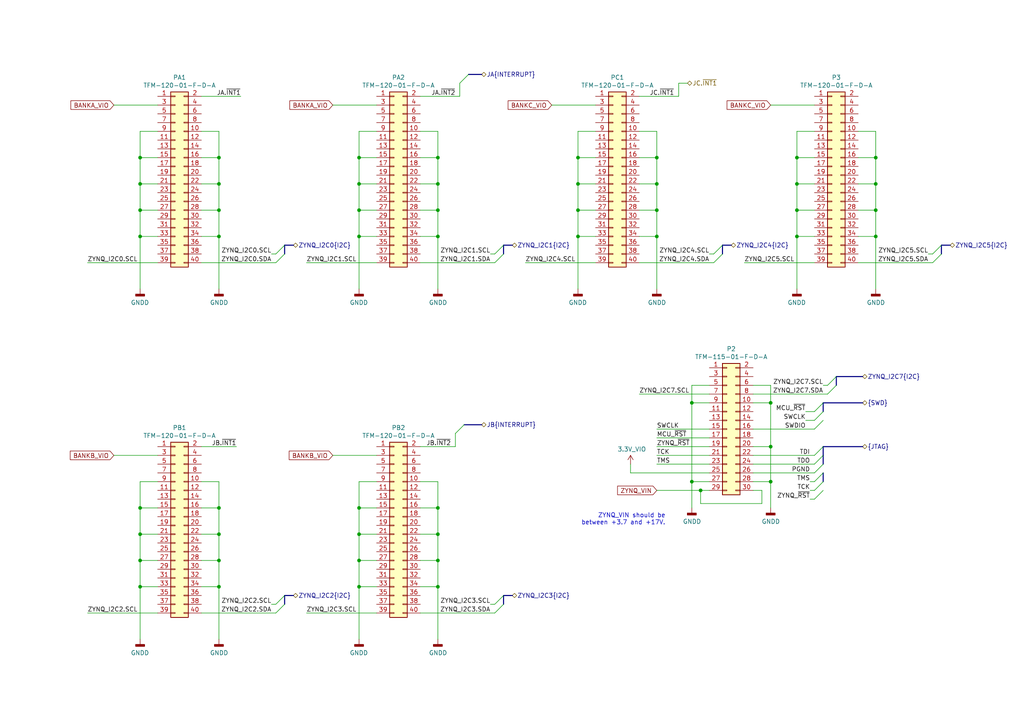
<source format=kicad_sch>
(kicad_sch (version 20200608) (host eeschema "5.99.0-unknown-ad69e44~101~ubuntu20.04.1")
  (page 3 2)
  (paper "A4")
  (title_block (title "Snickerdoodle Interconnect") (date "2020-06-16") (rev "1.0"))
  (lib_symbols
    (symbol "Connector_Generic:Conn_02x15_Odd_Even" (pin_names hide)
      (property "Reference" "J" (at 1.27 20.32 0))
      (property "Value" "Conn_02x15_Odd_Even" (at 1.27 -20.32 0))
      (symbol "Conn_02x15_Odd_Even_1_1"
        (rectangle (start -1.27 -4.953) (end 0 -5.207) (stroke (width 0.1524)))
        (rectangle (start -1.27 -7.493) (end 0 -7.747) (stroke (width 0.1524)))
        (rectangle (start -1.27 -10.033) (end 0 -10.287) (stroke (width 0.1524)))
        (rectangle (start -1.27 -12.573) (end 0 -12.827) (stroke (width 0.1524)))
        (rectangle (start -1.27 -15.113) (end 0 -15.367) (stroke (width 0.1524)))
        (rectangle (start -1.27 -17.653) (end 0 -17.907) (stroke (width 0.1524)))
        (rectangle (start -1.27 -2.413) (end 0 -2.667) (stroke (width 0.1524)))
        (rectangle (start -1.27 2.667) (end 0 2.413) (stroke (width 0.1524)))
        (rectangle (start -1.27 5.207) (end 0 4.953) (stroke (width 0.1524)))
        (rectangle (start -1.27 7.747) (end 0 7.493) (stroke (width 0.1524)))
        (rectangle (start -1.27 10.287) (end 0 10.033) (stroke (width 0.1524)))
        (rectangle (start -1.27 0.127) (end 0 -0.127) (stroke (width 0.1524)))
        (rectangle (start -1.27 12.827) (end 0 12.573) (stroke (width 0.1524)))
        (rectangle (start -1.27 15.367) (end 0 15.113) (stroke (width 0.1524)))
        (rectangle (start -1.27 17.907) (end 0 17.653) (stroke (width 0.1524)))
        (rectangle (start -1.27 19.05) (end 3.81 -19.05) (stroke (width 0.254)) (fill (type background)))
        (rectangle (start 3.81 -4.953) (end 2.54 -5.207) (stroke (width 0.1524)))
        (rectangle (start 3.81 -7.493) (end 2.54 -7.747) (stroke (width 0.1524)))
        (rectangle (start 3.81 -10.033) (end 2.54 -10.287) (stroke (width 0.1524)))
        (rectangle (start 3.81 -12.573) (end 2.54 -12.827) (stroke (width 0.1524)))
        (rectangle (start 3.81 -15.113) (end 2.54 -15.367) (stroke (width 0.1524)))
        (rectangle (start 3.81 -17.653) (end 2.54 -17.907) (stroke (width 0.1524)))
        (rectangle (start 3.81 -2.413) (end 2.54 -2.667) (stroke (width 0.1524)))
        (rectangle (start 3.81 2.667) (end 2.54 2.413) (stroke (width 0.1524)))
        (rectangle (start 3.81 5.207) (end 2.54 4.953) (stroke (width 0.1524)))
        (rectangle (start 3.81 7.747) (end 2.54 7.493) (stroke (width 0.1524)))
        (rectangle (start 3.81 10.287) (end 2.54 10.033) (stroke (width 0.1524)))
        (rectangle (start 3.81 0.127) (end 2.54 -0.127) (stroke (width 0.1524)))
        (rectangle (start 3.81 12.827) (end 2.54 12.573) (stroke (width 0.1524)))
        (rectangle (start 3.81 15.367) (end 2.54 15.113) (stroke (width 0.1524)))
        (rectangle (start 3.81 17.907) (end 2.54 17.653) (stroke (width 0.1524)))
        (pin passive line (at -5.08 17.78 0) (length 3.81) (name "Pin_1") (number "1"))
        (pin passive line (at 7.62 7.62 180) (length 3.81) (name "Pin_10") (number "10"))
        (pin passive line (at -5.08 5.08 0) (length 3.81) (name "Pin_11") (number "11"))
        (pin passive line (at 7.62 5.08 180) (length 3.81) (name "Pin_12") (number "12"))
        (pin passive line (at -5.08 2.54 0) (length 3.81) (name "Pin_13") (number "13"))
        (pin passive line (at 7.62 2.54 180) (length 3.81) (name "Pin_14") (number "14"))
        (pin passive line (at -5.08 0 0) (length 3.81) (name "Pin_15") (number "15"))
        (pin passive line (at 7.62 0 180) (length 3.81) (name "Pin_16") (number "16"))
        (pin passive line (at -5.08 -2.54 0) (length 3.81) (name "Pin_17") (number "17"))
        (pin passive line (at 7.62 -2.54 180) (length 3.81) (name "Pin_18") (number "18"))
        (pin passive line (at -5.08 -5.08 0) (length 3.81) (name "Pin_19") (number "19"))
        (pin passive line (at 7.62 17.78 180) (length 3.81) (name "Pin_2") (number "2"))
        (pin passive line (at 7.62 -5.08 180) (length 3.81) (name "Pin_20") (number "20"))
        (pin passive line (at -5.08 -7.62 0) (length 3.81) (name "Pin_21") (number "21"))
        (pin passive line (at 7.62 -7.62 180) (length 3.81) (name "Pin_22") (number "22"))
        (pin passive line (at -5.08 -10.16 0) (length 3.81) (name "Pin_23") (number "23"))
        (pin passive line (at 7.62 -10.16 180) (length 3.81) (name "Pin_24") (number "24"))
        (pin passive line (at -5.08 -12.7 0) (length 3.81) (name "Pin_25") (number "25"))
        (pin passive line (at 7.62 -12.7 180) (length 3.81) (name "Pin_26") (number "26"))
        (pin passive line (at -5.08 -15.24 0) (length 3.81) (name "Pin_27") (number "27"))
        (pin passive line (at 7.62 -15.24 180) (length 3.81) (name "Pin_28") (number "28"))
        (pin passive line (at -5.08 -17.78 0) (length 3.81) (name "Pin_29") (number "29"))
        (pin passive line (at -5.08 15.24 0) (length 3.81) (name "Pin_3") (number "3"))
        (pin passive line (at 7.62 -17.78 180) (length 3.81) (name "Pin_30") (number "30"))
        (pin passive line (at 7.62 15.24 180) (length 3.81) (name "Pin_4") (number "4"))
        (pin passive line (at -5.08 12.7 0) (length 3.81) (name "Pin_5") (number "5"))
        (pin passive line (at 7.62 12.7 180) (length 3.81) (name "Pin_6") (number "6"))
        (pin passive line (at -5.08 10.16 0) (length 3.81) (name "Pin_7") (number "7"))
        (pin passive line (at 7.62 10.16 180) (length 3.81) (name "Pin_8") (number "8"))
        (pin passive line (at -5.08 7.62 0) (length 3.81) (name "Pin_9") (number "9"))
      )
    )
    (symbol "Connector_Generic:Conn_02x20_Odd_Even" (pin_names hide)
      (property "Reference" "J" (at 1.27 25.4 0))
      (property "Value" "Conn_02x20_Odd_Even" (at 1.27 -27.94 0))
      (symbol "Conn_02x20_Odd_Even_1_1"
        (rectangle (start -1.27 -4.953) (end 0 -5.207) (stroke (width 0.1524)))
        (rectangle (start -1.27 -7.493) (end 0 -7.747) (stroke (width 0.1524)))
        (rectangle (start -1.27 -10.033) (end 0 -10.287) (stroke (width 0.1524)))
        (rectangle (start -1.27 -12.573) (end 0 -12.827) (stroke (width 0.1524)))
        (rectangle (start -1.27 -15.113) (end 0 -15.367) (stroke (width 0.1524)))
        (rectangle (start -1.27 -17.653) (end 0 -17.907) (stroke (width 0.1524)))
        (rectangle (start -1.27 -20.193) (end 0 -20.447) (stroke (width 0.1524)))
        (rectangle (start -1.27 -22.733) (end 0 -22.987) (stroke (width 0.1524)))
        (rectangle (start -1.27 -2.413) (end 0 -2.667) (stroke (width 0.1524)))
        (rectangle (start -1.27 -25.273) (end 0 -25.527) (stroke (width 0.1524)))
        (rectangle (start -1.27 2.667) (end 0 2.413) (stroke (width 0.1524)))
        (rectangle (start -1.27 5.207) (end 0 4.953) (stroke (width 0.1524)))
        (rectangle (start -1.27 7.747) (end 0 7.493) (stroke (width 0.1524)))
        (rectangle (start -1.27 10.287) (end 0 10.033) (stroke (width 0.1524)))
        (rectangle (start -1.27 0.127) (end 0 -0.127) (stroke (width 0.1524)))
        (rectangle (start -1.27 12.827) (end 0 12.573) (stroke (width 0.1524)))
        (rectangle (start -1.27 15.367) (end 0 15.113) (stroke (width 0.1524)))
        (rectangle (start -1.27 17.907) (end 0 17.653) (stroke (width 0.1524)))
        (rectangle (start -1.27 20.447) (end 0 20.193) (stroke (width 0.1524)))
        (rectangle (start -1.27 22.987) (end 0 22.733) (stroke (width 0.1524)))
        (rectangle (start -1.27 24.13) (end 3.81 -26.67) (stroke (width 0.254)) (fill (type background)))
        (rectangle (start 3.81 -4.953) (end 2.54 -5.207) (stroke (width 0.1524)))
        (rectangle (start 3.81 -7.493) (end 2.54 -7.747) (stroke (width 0.1524)))
        (rectangle (start 3.81 -10.033) (end 2.54 -10.287) (stroke (width 0.1524)))
        (rectangle (start 3.81 -12.573) (end 2.54 -12.827) (stroke (width 0.1524)))
        (rectangle (start 3.81 -15.113) (end 2.54 -15.367) (stroke (width 0.1524)))
        (rectangle (start 3.81 -17.653) (end 2.54 -17.907) (stroke (width 0.1524)))
        (rectangle (start 3.81 -20.193) (end 2.54 -20.447) (stroke (width 0.1524)))
        (rectangle (start 3.81 -22.733) (end 2.54 -22.987) (stroke (width 0.1524)))
        (rectangle (start 3.81 -2.413) (end 2.54 -2.667) (stroke (width 0.1524)))
        (rectangle (start 3.81 -25.273) (end 2.54 -25.527) (stroke (width 0.1524)))
        (rectangle (start 3.81 2.667) (end 2.54 2.413) (stroke (width 0.1524)))
        (rectangle (start 3.81 5.207) (end 2.54 4.953) (stroke (width 0.1524)))
        (rectangle (start 3.81 7.747) (end 2.54 7.493) (stroke (width 0.1524)))
        (rectangle (start 3.81 10.287) (end 2.54 10.033) (stroke (width 0.1524)))
        (rectangle (start 3.81 0.127) (end 2.54 -0.127) (stroke (width 0.1524)))
        (rectangle (start 3.81 12.827) (end 2.54 12.573) (stroke (width 0.1524)))
        (rectangle (start 3.81 15.367) (end 2.54 15.113) (stroke (width 0.1524)))
        (rectangle (start 3.81 17.907) (end 2.54 17.653) (stroke (width 0.1524)))
        (rectangle (start 3.81 20.447) (end 2.54 20.193) (stroke (width 0.1524)))
        (rectangle (start 3.81 22.987) (end 2.54 22.733) (stroke (width 0.1524)))
        (pin passive line (at -5.08 22.86 0) (length 3.81) (name "Pin_1") (number "1"))
        (pin passive line (at 7.62 12.7 180) (length 3.81) (name "Pin_10") (number "10"))
        (pin passive line (at -5.08 10.16 0) (length 3.81) (name "Pin_11") (number "11"))
        (pin passive line (at 7.62 10.16 180) (length 3.81) (name "Pin_12") (number "12"))
        (pin passive line (at -5.08 7.62 0) (length 3.81) (name "Pin_13") (number "13"))
        (pin passive line (at 7.62 7.62 180) (length 3.81) (name "Pin_14") (number "14"))
        (pin passive line (at -5.08 5.08 0) (length 3.81) (name "Pin_15") (number "15"))
        (pin passive line (at 7.62 5.08 180) (length 3.81) (name "Pin_16") (number "16"))
        (pin passive line (at -5.08 2.54 0) (length 3.81) (name "Pin_17") (number "17"))
        (pin passive line (at 7.62 2.54 180) (length 3.81) (name "Pin_18") (number "18"))
        (pin passive line (at -5.08 0 0) (length 3.81) (name "Pin_19") (number "19"))
        (pin passive line (at 7.62 22.86 180) (length 3.81) (name "Pin_2") (number "2"))
        (pin passive line (at 7.62 0 180) (length 3.81) (name "Pin_20") (number "20"))
        (pin passive line (at -5.08 -2.54 0) (length 3.81) (name "Pin_21") (number "21"))
        (pin passive line (at 7.62 -2.54 180) (length 3.81) (name "Pin_22") (number "22"))
        (pin passive line (at -5.08 -5.08 0) (length 3.81) (name "Pin_23") (number "23"))
        (pin passive line (at 7.62 -5.08 180) (length 3.81) (name "Pin_24") (number "24"))
        (pin passive line (at -5.08 -7.62 0) (length 3.81) (name "Pin_25") (number "25"))
        (pin passive line (at 7.62 -7.62 180) (length 3.81) (name "Pin_26") (number "26"))
        (pin passive line (at -5.08 -10.16 0) (length 3.81) (name "Pin_27") (number "27"))
        (pin passive line (at 7.62 -10.16 180) (length 3.81) (name "Pin_28") (number "28"))
        (pin passive line (at -5.08 -12.7 0) (length 3.81) (name "Pin_29") (number "29"))
        (pin passive line (at -5.08 20.32 0) (length 3.81) (name "Pin_3") (number "3"))
        (pin passive line (at 7.62 -12.7 180) (length 3.81) (name "Pin_30") (number "30"))
        (pin passive line (at -5.08 -15.24 0) (length 3.81) (name "Pin_31") (number "31"))
        (pin passive line (at 7.62 -15.24 180) (length 3.81) (name "Pin_32") (number "32"))
        (pin passive line (at -5.08 -17.78 0) (length 3.81) (name "Pin_33") (number "33"))
        (pin passive line (at 7.62 -17.78 180) (length 3.81) (name "Pin_34") (number "34"))
        (pin passive line (at -5.08 -20.32 0) (length 3.81) (name "Pin_35") (number "35"))
        (pin passive line (at 7.62 -20.32 180) (length 3.81) (name "Pin_36") (number "36"))
        (pin passive line (at -5.08 -22.86 0) (length 3.81) (name "Pin_37") (number "37"))
        (pin passive line (at 7.62 -22.86 180) (length 3.81) (name "Pin_38") (number "38"))
        (pin passive line (at -5.08 -25.4 0) (length 3.81) (name "Pin_39") (number "39"))
        (pin passive line (at 7.62 20.32 180) (length 3.81) (name "Pin_4") (number "4"))
        (pin passive line (at 7.62 -25.4 180) (length 3.81) (name "Pin_40") (number "40"))
        (pin passive line (at -5.08 17.78 0) (length 3.81) (name "Pin_5") (number "5"))
        (pin passive line (at 7.62 17.78 180) (length 3.81) (name "Pin_6") (number "6"))
        (pin passive line (at -5.08 15.24 0) (length 3.81) (name "Pin_7") (number "7"))
        (pin passive line (at 7.62 15.24 180) (length 3.81) (name "Pin_8") (number "8"))
        (pin passive line (at -5.08 12.7 0) (length 3.81) (name "Pin_9") (number "9"))
      )
    )
    (symbol "Snickerdoodle:3.3V_VIO" (power) (pin_names (offset 0))
      (property "Value" "3.3V_VIO" (at 0 3.556 0))
      (symbol "3.3V_VIO_0_1"
        (polyline (pts (xy -0.762 1.27) (xy 0 2.54)))
        (polyline (pts (xy 0 0) (xy 0 2.54)))
        (polyline (pts (xy 0 2.54) (xy 0.762 1.27)))
      )
      (symbol "3.3V_VIO_1_1"
        (pin power_in line (at 0 0 90) (length 0) hide (name "3.3V_VIO") (number "1"))
      )
    )
    (symbol "power:GNDD" (power) (pin_names (offset 0))
      (property "Value" "GNDD" (at 0 -3.175 0))
      (symbol "GNDD_0_1"
        (rectangle (start -1.27 -1.524) (end 1.27 -2.032) (stroke (width 0.254)) (fill (type outline)))
        (polyline (pts (xy 0 0) (xy 0 -1.524)))
      )
      (symbol "GNDD_1_1"
        (pin power_in line (at 0 0 270) (length 0) hide (name "GNDD") (number "1"))
      )
    )
  )
  (bus_alias "JTAG" (members "TDI" "TDO" "TCK" "TMS" "ZYNQ_~RST" "PGND"))
  (bus_alias "I2C" (members "SDA" "SCL"))
  (bus_alias "SWD" (members "MCU_~RST" "SWCLK" "SWDIO"))
  (bus_alias "INTERRUPT" (members "~INT1" "~INT2"))
  (junction (at 40.64 45.72))
  (junction (at 40.64 53.34))
  (junction (at 40.64 60.96))
  (junction (at 40.64 68.58))
  (junction (at 40.64 147.32))
  (junction (at 40.64 154.94))
  (junction (at 40.64 162.56))
  (junction (at 40.64 170.18))
  (junction (at 63.5 45.72))
  (junction (at 63.5 53.34))
  (junction (at 63.5 60.96))
  (junction (at 63.5 68.58))
  (junction (at 63.5 147.32))
  (junction (at 63.5 154.94))
  (junction (at 63.5 162.56))
  (junction (at 63.5 170.18))
  (junction (at 104.14 45.72))
  (junction (at 104.14 53.34))
  (junction (at 104.14 60.96))
  (junction (at 104.14 68.58))
  (junction (at 104.14 147.32))
  (junction (at 104.14 154.94))
  (junction (at 104.14 162.56))
  (junction (at 104.14 170.18))
  (junction (at 127 45.72))
  (junction (at 127 53.34))
  (junction (at 127 60.96))
  (junction (at 127 68.58))
  (junction (at 127 147.32))
  (junction (at 127 154.94))
  (junction (at 127 162.56))
  (junction (at 127 170.18))
  (junction (at 167.64 45.72))
  (junction (at 167.64 53.34))
  (junction (at 167.64 60.96))
  (junction (at 167.64 68.58))
  (junction (at 190.5 45.72))
  (junction (at 190.5 53.34))
  (junction (at 190.5 60.96))
  (junction (at 190.5 68.58))
  (junction (at 200.66 116.84))
  (junction (at 200.66 139.7))
  (junction (at 203.2 142.24))
  (junction (at 223.52 116.84))
  (junction (at 223.52 129.54))
  (junction (at 223.52 139.7))
  (junction (at 231.14 45.72))
  (junction (at 231.14 53.34))
  (junction (at 231.14 60.96))
  (junction (at 231.14 68.58))
  (junction (at 254 45.72))
  (junction (at 254 53.34))
  (junction (at 254 60.96))
  (junction (at 254 68.58))
  (bus_entry (at 80.01 73.66) (size 2.54 -2.54))
  (bus_entry (at 80.01 76.2) (size 2.54 -2.54))
  (bus_entry (at 80.01 175.26) (size 2.54 -2.54))
  (bus_entry (at 80.01 177.8) (size 2.54 -2.54))
  (bus_entry (at 132.08 125.73) (size 2.54 -2.54))
  (bus_entry (at 133.35 24.13) (size 2.54 -2.54))
  (bus_entry (at 143.51 73.66) (size 2.54 -2.54))
  (bus_entry (at 143.51 76.2) (size 2.54 -2.54))
  (bus_entry (at 143.51 175.26) (size 2.54 -2.54))
  (bus_entry (at 143.51 177.8) (size 2.54 -2.54))
  (bus_entry (at 207.01 73.66) (size 2.54 -2.54))
  (bus_entry (at 207.01 76.2) (size 2.54 -2.54))
  (bus_entry (at 236.22 119.38) (size 2.54 -2.54))
  (bus_entry (at 236.22 121.92) (size 2.54 -2.54))
  (bus_entry (at 236.22 124.46) (size 2.54 -2.54))
  (bus_entry (at 236.22 132.08) (size 2.54 -2.54))
  (bus_entry (at 236.22 134.62) (size 2.54 -2.54))
  (bus_entry (at 236.22 137.16) (size 2.54 -2.54))
  (bus_entry (at 236.22 139.7) (size 2.54 -2.54))
  (bus_entry (at 236.22 142.24) (size 2.54 -2.54))
  (bus_entry (at 236.22 144.78) (size 2.54 -2.54))
  (bus_entry (at 240.03 111.76) (size 2.54 -2.54))
  (bus_entry (at 240.03 114.3) (size 2.54 -2.54))
  (bus_entry (at 270.51 73.66) (size 2.54 -2.54))
  (bus_entry (at 270.51 76.2) (size 2.54 -2.54))
  (wire (pts (xy 25.4 76.2) (xy 45.72 76.2)))
  (wire (pts (xy 25.4 177.8) (xy 45.72 177.8)))
  (wire (pts (xy 33.02 30.48) (xy 45.72 30.48)))
  (wire (pts (xy 33.02 132.08) (xy 45.72 132.08)))
  (wire (pts (xy 40.64 38.1) (xy 40.64 45.72)))
  (wire (pts (xy 40.64 38.1) (xy 45.72 38.1)))
  (wire (pts (xy 40.64 45.72) (xy 40.64 53.34)))
  (wire (pts (xy 40.64 53.34) (xy 40.64 60.96)))
  (wire (pts (xy 40.64 60.96) (xy 40.64 68.58)))
  (wire (pts (xy 40.64 60.96) (xy 45.72 60.96)))
  (wire (pts (xy 40.64 68.58) (xy 40.64 83.82)))
  (wire (pts (xy 40.64 139.7) (xy 40.64 147.32)))
  (wire (pts (xy 40.64 139.7) (xy 45.72 139.7)))
  (wire (pts (xy 40.64 147.32) (xy 40.64 154.94)))
  (wire (pts (xy 40.64 154.94) (xy 40.64 162.56)))
  (wire (pts (xy 40.64 162.56) (xy 40.64 170.18)))
  (wire (pts (xy 40.64 162.56) (xy 45.72 162.56)))
  (wire (pts (xy 40.64 170.18) (xy 40.64 185.42)))
  (wire (pts (xy 45.72 45.72) (xy 40.64 45.72)))
  (wire (pts (xy 45.72 53.34) (xy 40.64 53.34)))
  (wire (pts (xy 45.72 68.58) (xy 40.64 68.58)))
  (wire (pts (xy 45.72 147.32) (xy 40.64 147.32)))
  (wire (pts (xy 45.72 154.94) (xy 40.64 154.94)))
  (wire (pts (xy 45.72 170.18) (xy 40.64 170.18)))
  (wire (pts (xy 58.42 27.94) (xy 69.85 27.94)))
  (wire (pts (xy 58.42 45.72) (xy 63.5 45.72)))
  (wire (pts (xy 58.42 53.34) (xy 63.5 53.34)))
  (wire (pts (xy 58.42 68.58) (xy 63.5 68.58)))
  (wire (pts (xy 58.42 76.2) (xy 80.01 76.2)))
  (wire (pts (xy 58.42 129.54) (xy 68.58 129.54)))
  (wire (pts (xy 58.42 147.32) (xy 63.5 147.32)))
  (wire (pts (xy 58.42 154.94) (xy 63.5 154.94)))
  (wire (pts (xy 58.42 170.18) (xy 63.5 170.18)))
  (wire (pts (xy 58.42 177.8) (xy 80.01 177.8)))
  (wire (pts (xy 63.5 38.1) (xy 58.42 38.1)))
  (wire (pts (xy 63.5 38.1) (xy 63.5 45.72)))
  (wire (pts (xy 63.5 45.72) (xy 63.5 53.34)))
  (wire (pts (xy 63.5 53.34) (xy 63.5 60.96)))
  (wire (pts (xy 63.5 60.96) (xy 58.42 60.96)))
  (wire (pts (xy 63.5 60.96) (xy 63.5 68.58)))
  (wire (pts (xy 63.5 68.58) (xy 63.5 83.82)))
  (wire (pts (xy 63.5 139.7) (xy 58.42 139.7)))
  (wire (pts (xy 63.5 139.7) (xy 63.5 147.32)))
  (wire (pts (xy 63.5 147.32) (xy 63.5 154.94)))
  (wire (pts (xy 63.5 154.94) (xy 63.5 162.56)))
  (wire (pts (xy 63.5 162.56) (xy 58.42 162.56)))
  (wire (pts (xy 63.5 162.56) (xy 63.5 170.18)))
  (wire (pts (xy 63.5 170.18) (xy 63.5 185.42)))
  (wire (pts (xy 78.74 73.66) (xy 80.01 73.66)))
  (wire (pts (xy 78.74 175.26) (xy 80.01 175.26)))
  (wire (pts (xy 88.9 76.2) (xy 109.22 76.2)))
  (wire (pts (xy 88.9 177.8) (xy 109.22 177.8)))
  (wire (pts (xy 96.52 30.48) (xy 109.22 30.48)))
  (wire (pts (xy 96.52 132.08) (xy 109.22 132.08)))
  (wire (pts (xy 104.14 38.1) (xy 104.14 45.72)))
  (wire (pts (xy 104.14 38.1) (xy 109.22 38.1)))
  (wire (pts (xy 104.14 45.72) (xy 104.14 53.34)))
  (wire (pts (xy 104.14 53.34) (xy 104.14 60.96)))
  (wire (pts (xy 104.14 60.96) (xy 104.14 68.58)))
  (wire (pts (xy 104.14 60.96) (xy 109.22 60.96)))
  (wire (pts (xy 104.14 68.58) (xy 104.14 83.82)))
  (wire (pts (xy 104.14 139.7) (xy 104.14 147.32)))
  (wire (pts (xy 104.14 139.7) (xy 109.22 139.7)))
  (wire (pts (xy 104.14 147.32) (xy 104.14 154.94)))
  (wire (pts (xy 104.14 154.94) (xy 104.14 162.56)))
  (wire (pts (xy 104.14 162.56) (xy 104.14 170.18)))
  (wire (pts (xy 104.14 162.56) (xy 109.22 162.56)))
  (wire (pts (xy 104.14 170.18) (xy 104.14 185.42)))
  (wire (pts (xy 109.22 45.72) (xy 104.14 45.72)))
  (wire (pts (xy 109.22 53.34) (xy 104.14 53.34)))
  (wire (pts (xy 109.22 68.58) (xy 104.14 68.58)))
  (wire (pts (xy 109.22 147.32) (xy 104.14 147.32)))
  (wire (pts (xy 109.22 154.94) (xy 104.14 154.94)))
  (wire (pts (xy 109.22 170.18) (xy 104.14 170.18)))
  (wire (pts (xy 121.92 27.94) (xy 133.35 27.94)))
  (wire (pts (xy 121.92 45.72) (xy 127 45.72)))
  (wire (pts (xy 121.92 53.34) (xy 127 53.34)))
  (wire (pts (xy 121.92 68.58) (xy 127 68.58)))
  (wire (pts (xy 121.92 76.2) (xy 143.51 76.2)))
  (wire (pts (xy 121.92 129.54) (xy 132.08 129.54)))
  (wire (pts (xy 121.92 147.32) (xy 127 147.32)))
  (wire (pts (xy 121.92 154.94) (xy 127 154.94)))
  (wire (pts (xy 121.92 170.18) (xy 127 170.18)))
  (wire (pts (xy 121.92 177.8) (xy 143.51 177.8)))
  (wire (pts (xy 127 38.1) (xy 121.92 38.1)))
  (wire (pts (xy 127 38.1) (xy 127 45.72)))
  (wire (pts (xy 127 45.72) (xy 127 53.34)))
  (wire (pts (xy 127 53.34) (xy 127 60.96)))
  (wire (pts (xy 127 60.96) (xy 121.92 60.96)))
  (wire (pts (xy 127 60.96) (xy 127 68.58)))
  (wire (pts (xy 127 68.58) (xy 127 83.82)))
  (wire (pts (xy 127 139.7) (xy 121.92 139.7)))
  (wire (pts (xy 127 139.7) (xy 127 147.32)))
  (wire (pts (xy 127 147.32) (xy 127 154.94)))
  (wire (pts (xy 127 154.94) (xy 127 162.56)))
  (wire (pts (xy 127 162.56) (xy 121.92 162.56)))
  (wire (pts (xy 127 162.56) (xy 127 170.18)))
  (wire (pts (xy 127 170.18) (xy 127 185.42)))
  (wire (pts (xy 132.08 129.54) (xy 132.08 125.73)))
  (wire (pts (xy 133.35 27.94) (xy 133.35 24.13)))
  (wire (pts (xy 142.24 73.66) (xy 143.51 73.66)))
  (wire (pts (xy 142.24 175.26) (xy 143.51 175.26)))
  (wire (pts (xy 152.4 76.2) (xy 172.72 76.2)))
  (wire (pts (xy 160.02 30.48) (xy 172.72 30.48)))
  (wire (pts (xy 167.64 38.1) (xy 167.64 45.72)))
  (wire (pts (xy 167.64 38.1) (xy 172.72 38.1)))
  (wire (pts (xy 167.64 45.72) (xy 167.64 53.34)))
  (wire (pts (xy 167.64 53.34) (xy 167.64 60.96)))
  (wire (pts (xy 167.64 60.96) (xy 167.64 68.58)))
  (wire (pts (xy 167.64 60.96) (xy 172.72 60.96)))
  (wire (pts (xy 167.64 68.58) (xy 167.64 83.82)))
  (wire (pts (xy 172.72 45.72) (xy 167.64 45.72)))
  (wire (pts (xy 172.72 53.34) (xy 167.64 53.34)))
  (wire (pts (xy 172.72 68.58) (xy 167.64 68.58)))
  (wire (pts (xy 182.88 134.62) (xy 182.88 137.16)))
  (wire (pts (xy 182.88 137.16) (xy 205.74 137.16)))
  (wire (pts (xy 185.42 27.94) (xy 196.85 27.94)))
  (wire (pts (xy 185.42 45.72) (xy 190.5 45.72)))
  (wire (pts (xy 185.42 53.34) (xy 190.5 53.34)))
  (wire (pts (xy 185.42 68.58) (xy 190.5 68.58)))
  (wire (pts (xy 185.42 76.2) (xy 207.01 76.2)))
  (wire (pts (xy 185.42 114.3) (xy 205.74 114.3)))
  (wire (pts (xy 190.5 38.1) (xy 185.42 38.1)))
  (wire (pts (xy 190.5 38.1) (xy 190.5 45.72)))
  (wire (pts (xy 190.5 45.72) (xy 190.5 53.34)))
  (wire (pts (xy 190.5 53.34) (xy 190.5 60.96)))
  (wire (pts (xy 190.5 60.96) (xy 185.42 60.96)))
  (wire (pts (xy 190.5 60.96) (xy 190.5 68.58)))
  (wire (pts (xy 190.5 68.58) (xy 190.5 83.82)))
  (wire (pts (xy 190.5 124.46) (xy 205.74 124.46)))
  (wire (pts (xy 190.5 127) (xy 205.74 127)))
  (wire (pts (xy 190.5 129.54) (xy 205.74 129.54)))
  (wire (pts (xy 190.5 132.08) (xy 205.74 132.08)))
  (wire (pts (xy 190.5 134.62) (xy 205.74 134.62)))
  (wire (pts (xy 190.5 142.24) (xy 203.2 142.24)))
  (wire (pts (xy 196.85 24.13) (xy 199.39 24.13)))
  (wire (pts (xy 196.85 27.94) (xy 196.85 24.13)))
  (wire (pts (xy 200.66 111.76) (xy 200.66 116.84)))
  (wire (pts (xy 200.66 116.84) (xy 200.66 139.7)))
  (wire (pts (xy 200.66 116.84) (xy 205.74 116.84)))
  (wire (pts (xy 200.66 139.7) (xy 200.66 147.32)))
  (wire (pts (xy 200.66 139.7) (xy 205.74 139.7)))
  (wire (pts (xy 203.2 142.24) (xy 203.2 146.05)))
  (wire (pts (xy 203.2 142.24) (xy 205.74 142.24)))
  (wire (pts (xy 203.2 146.05) (xy 220.98 146.05)))
  (wire (pts (xy 205.74 73.66) (xy 207.01 73.66)))
  (wire (pts (xy 205.74 111.76) (xy 200.66 111.76)))
  (wire (pts (xy 215.9 76.2) (xy 236.22 76.2)))
  (wire (pts (xy 218.44 111.76) (xy 223.52 111.76)))
  (wire (pts (xy 218.44 114.3) (xy 240.03 114.3)))
  (wire (pts (xy 218.44 124.46) (xy 236.22 124.46)))
  (wire (pts (xy 218.44 129.54) (xy 223.52 129.54)))
  (wire (pts (xy 218.44 132.08) (xy 236.22 132.08)))
  (wire (pts (xy 218.44 134.62) (xy 236.22 134.62)))
  (wire (pts (xy 218.44 137.16) (xy 236.22 137.16)))
  (wire (pts (xy 218.44 142.24) (xy 220.98 142.24)))
  (wire (pts (xy 220.98 146.05) (xy 220.98 142.24)))
  (wire (pts (xy 223.52 30.48) (xy 236.22 30.48)))
  (wire (pts (xy 223.52 111.76) (xy 223.52 116.84)))
  (wire (pts (xy 223.52 116.84) (xy 218.44 116.84)))
  (wire (pts (xy 223.52 116.84) (xy 223.52 129.54)))
  (wire (pts (xy 223.52 129.54) (xy 223.52 139.7)))
  (wire (pts (xy 223.52 139.7) (xy 218.44 139.7)))
  (wire (pts (xy 223.52 147.32) (xy 223.52 139.7)))
  (wire (pts (xy 231.14 38.1) (xy 231.14 45.72)))
  (wire (pts (xy 231.14 38.1) (xy 236.22 38.1)))
  (wire (pts (xy 231.14 45.72) (xy 231.14 53.34)))
  (wire (pts (xy 231.14 53.34) (xy 231.14 60.96)))
  (wire (pts (xy 231.14 60.96) (xy 231.14 68.58)))
  (wire (pts (xy 231.14 60.96) (xy 236.22 60.96)))
  (wire (pts (xy 231.14 68.58) (xy 231.14 83.82)))
  (wire (pts (xy 233.68 119.38) (xy 236.22 119.38)))
  (wire (pts (xy 233.68 121.92) (xy 236.22 121.92)))
  (wire (pts (xy 234.95 139.7) (xy 236.22 139.7)))
  (wire (pts (xy 234.95 142.24) (xy 236.22 142.24)))
  (wire (pts (xy 234.95 144.78) (xy 236.22 144.78)))
  (wire (pts (xy 236.22 45.72) (xy 231.14 45.72)))
  (wire (pts (xy 236.22 53.34) (xy 231.14 53.34)))
  (wire (pts (xy 236.22 68.58) (xy 231.14 68.58)))
  (wire (pts (xy 238.76 111.76) (xy 240.03 111.76)))
  (wire (pts (xy 248.92 45.72) (xy 254 45.72)))
  (wire (pts (xy 248.92 53.34) (xy 254 53.34)))
  (wire (pts (xy 248.92 68.58) (xy 254 68.58)))
  (wire (pts (xy 248.92 76.2) (xy 270.51 76.2)))
  (wire (pts (xy 254 38.1) (xy 248.92 38.1)))
  (wire (pts (xy 254 38.1) (xy 254 45.72)))
  (wire (pts (xy 254 45.72) (xy 254 53.34)))
  (wire (pts (xy 254 53.34) (xy 254 60.96)))
  (wire (pts (xy 254 60.96) (xy 248.92 60.96)))
  (wire (pts (xy 254 60.96) (xy 254 68.58)))
  (wire (pts (xy 254 68.58) (xy 254 83.82)))
  (wire (pts (xy 269.24 73.66) (xy 270.51 73.66)))
  (bus (pts (xy 82.55 71.12) (xy 82.55 73.66)))
  (bus (pts (xy 82.55 172.72) (xy 82.55 175.26)))
  (bus (pts (xy 85.09 71.12) (xy 82.55 71.12)))
  (bus (pts (xy 85.09 172.72) (xy 82.55 172.72)))
  (bus (pts (xy 134.62 123.19) (xy 139.7 123.19)))
  (bus (pts (xy 135.89 21.59) (xy 139.7 21.59)))
  (bus (pts (xy 146.05 71.12) (xy 146.05 73.66)))
  (bus (pts (xy 146.05 172.72) (xy 146.05 175.26)))
  (bus (pts (xy 148.59 71.12) (xy 146.05 71.12)))
  (bus (pts (xy 148.59 172.72) (xy 146.05 172.72)))
  (bus (pts (xy 209.55 71.12) (xy 209.55 73.66)))
  (bus (pts (xy 212.09 71.12) (xy 209.55 71.12)))
  (bus (pts (xy 238.76 116.84) (xy 238.76 121.92)))
  (bus (pts (xy 238.76 116.84) (xy 250.19 116.84)))
  (bus (pts (xy 238.76 129.54) (xy 238.76 132.08)))
  (bus (pts (xy 238.76 129.54) (xy 250.19 129.54)))
  (bus (pts (xy 238.76 132.08) (xy 238.76 137.16)))
  (bus (pts (xy 238.76 137.16) (xy 238.76 142.24)))
  (bus (pts (xy 242.57 109.22) (xy 242.57 111.76)))
  (bus (pts (xy 250.19 109.22) (xy 242.57 109.22)))
  (bus (pts (xy 273.05 71.12) (xy 273.05 73.66)))
  (bus (pts (xy 275.59 71.12) (xy 273.05 71.12)))
  (text "ZYNQ_VIN should be\nbetween +3.7 and +17V." (at 193.04 152.4 180) (effects (font (size 1.27 1.27)) (justify right bottom)))
  (label "ZYNQ_I2C0.SCL" (at 25.4 76.2 0))
  (label "ZYNQ_I2C2.SCL" (at 25.4 177.8 0))
  (label "JB.~INT1" (at 68.58 129.54 180))
  (label "JA.~INT1" (at 69.85 27.94 180))
  (label "ZYNQ_I2C0.SCL" (at 78.74 73.66 180))
  (label "ZYNQ_I2C0.SDA" (at 78.74 76.2 180))
  (label "ZYNQ_I2C2.SCL" (at 78.74 175.26 180))
  (label "ZYNQ_I2C2.SDA" (at 78.74 177.8 180))
  (label "ZYNQ_I2C1.SCL" (at 88.9 76.2 0))
  (label "ZYNQ_I2C3.SCL" (at 88.9 177.8 0))
  (label "JB.~INT2" (at 130.81 129.54 180))
  (label "JA.~INT2" (at 132.08 27.94 180))
  (label "ZYNQ_I2C1.SCL" (at 142.24 73.66 180))
  (label "ZYNQ_I2C1.SDA" (at 142.24 76.2 180))
  (label "ZYNQ_I2C3.SCL" (at 142.24 175.26 180))
  (label "ZYNQ_I2C3.SDA" (at 142.24 177.8 180))
  (label "ZYNQ_I2C4.SCL" (at 152.4 76.2 0))
  (label "ZYNQ_I2C7.SCL" (at 185.42 114.3 0))
  (label "SWCLK" (at 190.5 124.46 0))
  (label "MCU_~RST" (at 190.5 127 0))
  (label "ZYNQ_~RST" (at 190.5 129.54 0))
  (label "TCK" (at 190.5 132.08 0))
  (label "TMS" (at 190.5 134.62 0))
  (label "JC.~INT1" (at 195.58 27.94 180))
  (label "ZYNQ_I2C4.SCL" (at 205.74 73.66 180))
  (label "ZYNQ_I2C4.SDA" (at 205.74 76.2 180))
  (label "ZYNQ_I2C5.SCL" (at 215.9 76.2 0))
  (label "MCU_~RST" (at 233.68 119.38 180))
  (label "SWCLK" (at 233.68 121.92 180))
  (label "SWDIO" (at 233.68 124.46 180))
  (label "TDI" (at 234.95 132.08 180))
  (label "TDO" (at 234.95 134.62 180))
  (label "PGND" (at 234.95 137.16 180))
  (label "TMS" (at 234.95 139.7 180))
  (label "TCK" (at 234.95 142.24 180))
  (label "ZYNQ_~RST" (at 234.95 144.78 180))
  (label "ZYNQ_I2C7.SCL" (at 238.76 111.76 180))
  (label "ZYNQ_I2C7.SDA" (at 238.76 114.3 180))
  (label "ZYNQ_I2C5.SCL" (at 269.24 73.66 180))
  (label "ZYNQ_I2C5.SDA" (at 269.24 76.2 180))
  (global_label "BANKA_VIO" (shape input) (at 33.02 30.48 180))
  (global_label "BANKB_VIO" (shape input) (at 33.02 132.08 180))
  (global_label "BANKA_VIO" (shape input) (at 96.52 30.48 180))
  (global_label "BANKB_VIO" (shape input) (at 96.52 132.08 180))
  (global_label "BANKC_VIO" (shape input) (at 160.02 30.48 180))
  (global_label "ZYNQ_VIN" (shape input) (at 190.5 142.24 180))
  (global_label "BANKC_VIO" (shape input) (at 223.52 30.48 180))
  (hierarchical_label "ZYNQ_I2C0{I2C}" (shape bidirectional) (at 85.09 71.12 0))
  (hierarchical_label "ZYNQ_I2C2{I2C}" (shape bidirectional) (at 85.09 172.72 0))
  (hierarchical_label "JA{INTERRUPT}" (shape bidirectional) (at 139.7 21.59 0))
  (hierarchical_label "JB{INTERRUPT}" (shape bidirectional) (at 139.7 123.19 0))
  (hierarchical_label "ZYNQ_I2C1{I2C}" (shape bidirectional) (at 148.59 71.12 0))
  (hierarchical_label "ZYNQ_I2C3{I2C}" (shape bidirectional) (at 148.59 172.72 0))
  (hierarchical_label "JC.~INT1" (shape bidirectional) (at 199.39 24.13 0))
  (hierarchical_label "ZYNQ_I2C4{I2C}" (shape bidirectional) (at 212.09 71.12 0))
  (hierarchical_label "ZYNQ_I2C7{I2C}" (shape bidirectional) (at 250.19 109.22 0))
  (hierarchical_label "{SWD}" (shape bidirectional) (at 250.19 116.84 0))
  (hierarchical_label "{JTAG}" (shape bidirectional) (at 250.19 129.54 0))
  (hierarchical_label "ZYNQ_I2C5{I2C}" (shape bidirectional) (at 275.59 71.12 0))
  (symbol (lib_id "Snickerdoodle:3.3V_VIO") (at 182.88 134.62 0)
    (property "Reference" "#PWR?" (effects hide))
    (property "Value" "3.3V_VIO" (at 183.2483 130.2956 0))
  )
  (symbol (lib_id "power:GNDD") (at 40.64 83.82 0) (mirror y)
    (property "Reference" "#PWR0106" (effects hide))
    (property "Value" "GNDD" (at 40.5892 87.7634 0))
  )
  (symbol (lib_id "power:GNDD") (at 40.64 185.42 0) (mirror y)
    (property "Reference" "#PWR0108" (effects hide))
    (property "Value" "GNDD" (at 40.5892 189.3634 0))
  )
  (symbol (lib_id "power:GNDD") (at 63.5 83.82 0)
    (property "Reference" "#PWR0104" (effects hide))
    (property "Value" "GNDD" (at 63.5508 87.7634 0))
  )
  (symbol (lib_id "power:GNDD") (at 63.5 185.42 0)
    (property "Reference" "#PWR0107" (effects hide))
    (property "Value" "GNDD" (at 63.5508 189.3634 0))
  )
  (symbol (lib_id "power:GNDD") (at 104.14 83.82 0) (mirror y)
    (property "Reference" "#PWR0105" (effects hide))
    (property "Value" "GNDD" (at 104.0892 87.7634 0))
  )
  (symbol (lib_id "power:GNDD") (at 104.14 185.42 0) (mirror y)
    (property "Reference" "#PWR0101" (effects hide))
    (property "Value" "GNDD" (at 104.0892 189.3634 0))
  )
  (symbol (lib_id "power:GNDD") (at 127 83.82 0)
    (property "Reference" "#PWR0103" (effects hide))
    (property "Value" "GNDD" (at 127.0508 87.7634 0))
  )
  (symbol (lib_id "power:GNDD") (at 127 185.42 0)
    (property "Reference" "#PWR0102" (effects hide))
    (property "Value" "GNDD" (at 127.0508 189.3634 0))
  )
  (symbol (lib_id "power:GNDD") (at 167.64 83.82 0) (mirror y)
    (property "Reference" "#PWR0113" (effects hide))
    (property "Value" "GNDD" (at 167.5892 87.7634 0))
  )
  (symbol (lib_id "power:GNDD") (at 190.5 83.82 0)
    (property "Reference" "#PWR0114" (effects hide))
    (property "Value" "GNDD" (at 190.5508 87.7634 0))
  )
  (symbol (lib_id "power:GNDD") (at 200.66 147.32 0)
    (property "Reference" "#PWR0109" (effects hide))
    (property "Value" "GNDD" (at 200.7108 151.2634 0))
  )
  (symbol (lib_id "power:GNDD") (at 223.52 147.32 0)
    (property "Reference" "#PWR0112" (effects hide))
    (property "Value" "GNDD" (at 223.5708 151.2634 0))
  )
  (symbol (lib_id "power:GNDD") (at 231.14 83.82 0) (mirror y)
    (property "Reference" "#PWR0110" (effects hide))
    (property "Value" "GNDD" (at 231.0892 87.7634 0))
  )
  (symbol (lib_id "power:GNDD") (at 254 83.82 0)
    (property "Reference" "#PWR0111" (effects hide))
    (property "Value" "GNDD" (at 254.0508 87.7634 0))
  )
  (symbol (lib_id "Connector_Generic:Conn_02x15_Odd_Even") (at 210.82 124.46 0)
    (property "Reference" "P2" (at 212.09 101.1998 0))
    (property "Value" "TFM-115-01-F-D-A" (at 212.09 103.4985 0))
    (property "Footprint" "Connector_Samtec_TFM:Samtec_TFM-115-01-F-D-A_2x15_P1.27mm_Horizontal" (effects hide))
  )
  (symbol (lib_id "Connector_Generic:Conn_02x20_Odd_Even") (at 50.8 50.8 0)
    (property "Reference" "PA1" (at 52.07 22.46 0))
    (property "Value" "TFM-120-01-F-D-A" (at 52.07 24.7585 0))
    (property "Footprint" "Connector_Samtec_TFM:Samtec_TFM-120-01-F-D-A_2x20_P1.27mm_Horizontal" (effects hide))
  )
  (symbol (lib_id "Connector_Generic:Conn_02x20_Odd_Even") (at 50.8 152.4 0)
    (property "Reference" "PB1" (at 52.07 124.06 0))
    (property "Value" "TFM-120-01-F-D-A" (at 52.07 126.3585 0))
    (property "Footprint" "Connector_Samtec_TFM:Samtec_TFM-120-01-F-D-A_2x20_P1.27mm_Horizontal" (effects hide))
  )
  (symbol (lib_id "Connector_Generic:Conn_02x20_Odd_Even") (at 114.3 50.8 0)
    (property "Reference" "PA2" (at 115.57 22.46 0))
    (property "Value" "TFM-120-01-F-D-A" (at 115.57 24.7585 0))
    (property "Footprint" "Connector_Samtec_TFM:Samtec_TFM-120-01-F-D-A_2x20_P1.27mm_Horizontal" (effects hide))
  )
  (symbol (lib_id "Connector_Generic:Conn_02x20_Odd_Even") (at 114.3 152.4 0)
    (property "Reference" "PB2" (at 115.57 124.06 0))
    (property "Value" "TFM-120-01-F-D-A" (at 115.57 126.3585 0))
    (property "Footprint" "Connector_Samtec_TFM:Samtec_TFM-120-01-F-D-A_2x20_P1.27mm_Horizontal" (effects hide))
  )
  (symbol (lib_id "Connector_Generic:Conn_02x20_Odd_Even") (at 177.8 50.8 0)
    (property "Reference" "PC1" (at 179.07 22.46 0))
    (property "Value" "TFM-120-01-F-D-A" (at 179.07 24.7585 0))
    (property "Footprint" "Connector_Samtec_TFM:Samtec_TFM-120-01-F-D-A_2x20_P1.27mm_Horizontal" (effects hide))
  )
  (symbol (lib_id "Connector_Generic:Conn_02x20_Odd_Even") (at 241.3 50.8 0)
    (property "Reference" "P3" (at 242.57 22.46 0))
    (property "Value" "TFM-120-01-F-D-A" (at 242.57 24.7585 0))
    (property "Footprint" "Connector_Samtec_TFM:Samtec_TFM-120-01-F-D-A_2x20_P1.27mm_Horizontal" (effects hide))
  )
)
</source>
